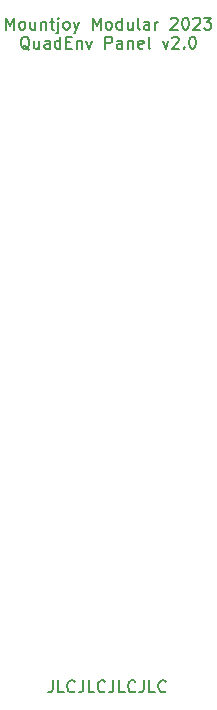
<source format=gbr>
%TF.GenerationSoftware,KiCad,Pcbnew,7.0.7*%
%TF.CreationDate,2023-08-21T13:04:59+01:00*%
%TF.ProjectId,QuadEnv_Panel_2,51756164-456e-4765-9f50-616e656c5f32,rev?*%
%TF.SameCoordinates,Original*%
%TF.FileFunction,Legend,Top*%
%TF.FilePolarity,Positive*%
%FSLAX46Y46*%
G04 Gerber Fmt 4.6, Leading zero omitted, Abs format (unit mm)*
G04 Created by KiCad (PCBNEW 7.0.7) date 2023-08-21 13:04:59*
%MOMM*%
%LPD*%
G01*
G04 APERTURE LIST*
%ADD10C,0.150000*%
G04 APERTURE END LIST*
D10*
X54780951Y-117654819D02*
X54780951Y-118369104D01*
X54780951Y-118369104D02*
X54733332Y-118511961D01*
X54733332Y-118511961D02*
X54638094Y-118607200D01*
X54638094Y-118607200D02*
X54495237Y-118654819D01*
X54495237Y-118654819D02*
X54399999Y-118654819D01*
X55733332Y-118654819D02*
X55257142Y-118654819D01*
X55257142Y-118654819D02*
X55257142Y-117654819D01*
X56638094Y-118559580D02*
X56590475Y-118607200D01*
X56590475Y-118607200D02*
X56447618Y-118654819D01*
X56447618Y-118654819D02*
X56352380Y-118654819D01*
X56352380Y-118654819D02*
X56209523Y-118607200D01*
X56209523Y-118607200D02*
X56114285Y-118511961D01*
X56114285Y-118511961D02*
X56066666Y-118416723D01*
X56066666Y-118416723D02*
X56019047Y-118226247D01*
X56019047Y-118226247D02*
X56019047Y-118083390D01*
X56019047Y-118083390D02*
X56066666Y-117892914D01*
X56066666Y-117892914D02*
X56114285Y-117797676D01*
X56114285Y-117797676D02*
X56209523Y-117702438D01*
X56209523Y-117702438D02*
X56352380Y-117654819D01*
X56352380Y-117654819D02*
X56447618Y-117654819D01*
X56447618Y-117654819D02*
X56590475Y-117702438D01*
X56590475Y-117702438D02*
X56638094Y-117750057D01*
X57352380Y-117654819D02*
X57352380Y-118369104D01*
X57352380Y-118369104D02*
X57304761Y-118511961D01*
X57304761Y-118511961D02*
X57209523Y-118607200D01*
X57209523Y-118607200D02*
X57066666Y-118654819D01*
X57066666Y-118654819D02*
X56971428Y-118654819D01*
X58304761Y-118654819D02*
X57828571Y-118654819D01*
X57828571Y-118654819D02*
X57828571Y-117654819D01*
X59209523Y-118559580D02*
X59161904Y-118607200D01*
X59161904Y-118607200D02*
X59019047Y-118654819D01*
X59019047Y-118654819D02*
X58923809Y-118654819D01*
X58923809Y-118654819D02*
X58780952Y-118607200D01*
X58780952Y-118607200D02*
X58685714Y-118511961D01*
X58685714Y-118511961D02*
X58638095Y-118416723D01*
X58638095Y-118416723D02*
X58590476Y-118226247D01*
X58590476Y-118226247D02*
X58590476Y-118083390D01*
X58590476Y-118083390D02*
X58638095Y-117892914D01*
X58638095Y-117892914D02*
X58685714Y-117797676D01*
X58685714Y-117797676D02*
X58780952Y-117702438D01*
X58780952Y-117702438D02*
X58923809Y-117654819D01*
X58923809Y-117654819D02*
X59019047Y-117654819D01*
X59019047Y-117654819D02*
X59161904Y-117702438D01*
X59161904Y-117702438D02*
X59209523Y-117750057D01*
X59923809Y-117654819D02*
X59923809Y-118369104D01*
X59923809Y-118369104D02*
X59876190Y-118511961D01*
X59876190Y-118511961D02*
X59780952Y-118607200D01*
X59780952Y-118607200D02*
X59638095Y-118654819D01*
X59638095Y-118654819D02*
X59542857Y-118654819D01*
X60876190Y-118654819D02*
X60400000Y-118654819D01*
X60400000Y-118654819D02*
X60400000Y-117654819D01*
X61780952Y-118559580D02*
X61733333Y-118607200D01*
X61733333Y-118607200D02*
X61590476Y-118654819D01*
X61590476Y-118654819D02*
X61495238Y-118654819D01*
X61495238Y-118654819D02*
X61352381Y-118607200D01*
X61352381Y-118607200D02*
X61257143Y-118511961D01*
X61257143Y-118511961D02*
X61209524Y-118416723D01*
X61209524Y-118416723D02*
X61161905Y-118226247D01*
X61161905Y-118226247D02*
X61161905Y-118083390D01*
X61161905Y-118083390D02*
X61209524Y-117892914D01*
X61209524Y-117892914D02*
X61257143Y-117797676D01*
X61257143Y-117797676D02*
X61352381Y-117702438D01*
X61352381Y-117702438D02*
X61495238Y-117654819D01*
X61495238Y-117654819D02*
X61590476Y-117654819D01*
X61590476Y-117654819D02*
X61733333Y-117702438D01*
X61733333Y-117702438D02*
X61780952Y-117750057D01*
X62495238Y-117654819D02*
X62495238Y-118369104D01*
X62495238Y-118369104D02*
X62447619Y-118511961D01*
X62447619Y-118511961D02*
X62352381Y-118607200D01*
X62352381Y-118607200D02*
X62209524Y-118654819D01*
X62209524Y-118654819D02*
X62114286Y-118654819D01*
X63447619Y-118654819D02*
X62971429Y-118654819D01*
X62971429Y-118654819D02*
X62971429Y-117654819D01*
X64352381Y-118559580D02*
X64304762Y-118607200D01*
X64304762Y-118607200D02*
X64161905Y-118654819D01*
X64161905Y-118654819D02*
X64066667Y-118654819D01*
X64066667Y-118654819D02*
X63923810Y-118607200D01*
X63923810Y-118607200D02*
X63828572Y-118511961D01*
X63828572Y-118511961D02*
X63780953Y-118416723D01*
X63780953Y-118416723D02*
X63733334Y-118226247D01*
X63733334Y-118226247D02*
X63733334Y-118083390D01*
X63733334Y-118083390D02*
X63780953Y-117892914D01*
X63780953Y-117892914D02*
X63828572Y-117797676D01*
X63828572Y-117797676D02*
X63923810Y-117702438D01*
X63923810Y-117702438D02*
X64066667Y-117654819D01*
X64066667Y-117654819D02*
X64161905Y-117654819D01*
X64161905Y-117654819D02*
X64304762Y-117702438D01*
X64304762Y-117702438D02*
X64352381Y-117750057D01*
X50833332Y-62549819D02*
X50833332Y-61549819D01*
X50833332Y-61549819D02*
X51166665Y-62264104D01*
X51166665Y-62264104D02*
X51499998Y-61549819D01*
X51499998Y-61549819D02*
X51499998Y-62549819D01*
X52119046Y-62549819D02*
X52023808Y-62502200D01*
X52023808Y-62502200D02*
X51976189Y-62454580D01*
X51976189Y-62454580D02*
X51928570Y-62359342D01*
X51928570Y-62359342D02*
X51928570Y-62073628D01*
X51928570Y-62073628D02*
X51976189Y-61978390D01*
X51976189Y-61978390D02*
X52023808Y-61930771D01*
X52023808Y-61930771D02*
X52119046Y-61883152D01*
X52119046Y-61883152D02*
X52261903Y-61883152D01*
X52261903Y-61883152D02*
X52357141Y-61930771D01*
X52357141Y-61930771D02*
X52404760Y-61978390D01*
X52404760Y-61978390D02*
X52452379Y-62073628D01*
X52452379Y-62073628D02*
X52452379Y-62359342D01*
X52452379Y-62359342D02*
X52404760Y-62454580D01*
X52404760Y-62454580D02*
X52357141Y-62502200D01*
X52357141Y-62502200D02*
X52261903Y-62549819D01*
X52261903Y-62549819D02*
X52119046Y-62549819D01*
X53309522Y-61883152D02*
X53309522Y-62549819D01*
X52880951Y-61883152D02*
X52880951Y-62406961D01*
X52880951Y-62406961D02*
X52928570Y-62502200D01*
X52928570Y-62502200D02*
X53023808Y-62549819D01*
X53023808Y-62549819D02*
X53166665Y-62549819D01*
X53166665Y-62549819D02*
X53261903Y-62502200D01*
X53261903Y-62502200D02*
X53309522Y-62454580D01*
X53785713Y-61883152D02*
X53785713Y-62549819D01*
X53785713Y-61978390D02*
X53833332Y-61930771D01*
X53833332Y-61930771D02*
X53928570Y-61883152D01*
X53928570Y-61883152D02*
X54071427Y-61883152D01*
X54071427Y-61883152D02*
X54166665Y-61930771D01*
X54166665Y-61930771D02*
X54214284Y-62026009D01*
X54214284Y-62026009D02*
X54214284Y-62549819D01*
X54547618Y-61883152D02*
X54928570Y-61883152D01*
X54690475Y-61549819D02*
X54690475Y-62406961D01*
X54690475Y-62406961D02*
X54738094Y-62502200D01*
X54738094Y-62502200D02*
X54833332Y-62549819D01*
X54833332Y-62549819D02*
X54928570Y-62549819D01*
X55261904Y-61883152D02*
X55261904Y-62740295D01*
X55261904Y-62740295D02*
X55214285Y-62835533D01*
X55214285Y-62835533D02*
X55119047Y-62883152D01*
X55119047Y-62883152D02*
X55071428Y-62883152D01*
X55261904Y-61549819D02*
X55214285Y-61597438D01*
X55214285Y-61597438D02*
X55261904Y-61645057D01*
X55261904Y-61645057D02*
X55309523Y-61597438D01*
X55309523Y-61597438D02*
X55261904Y-61549819D01*
X55261904Y-61549819D02*
X55261904Y-61645057D01*
X55880951Y-62549819D02*
X55785713Y-62502200D01*
X55785713Y-62502200D02*
X55738094Y-62454580D01*
X55738094Y-62454580D02*
X55690475Y-62359342D01*
X55690475Y-62359342D02*
X55690475Y-62073628D01*
X55690475Y-62073628D02*
X55738094Y-61978390D01*
X55738094Y-61978390D02*
X55785713Y-61930771D01*
X55785713Y-61930771D02*
X55880951Y-61883152D01*
X55880951Y-61883152D02*
X56023808Y-61883152D01*
X56023808Y-61883152D02*
X56119046Y-61930771D01*
X56119046Y-61930771D02*
X56166665Y-61978390D01*
X56166665Y-61978390D02*
X56214284Y-62073628D01*
X56214284Y-62073628D02*
X56214284Y-62359342D01*
X56214284Y-62359342D02*
X56166665Y-62454580D01*
X56166665Y-62454580D02*
X56119046Y-62502200D01*
X56119046Y-62502200D02*
X56023808Y-62549819D01*
X56023808Y-62549819D02*
X55880951Y-62549819D01*
X56547618Y-61883152D02*
X56785713Y-62549819D01*
X57023808Y-61883152D02*
X56785713Y-62549819D01*
X56785713Y-62549819D02*
X56690475Y-62787914D01*
X56690475Y-62787914D02*
X56642856Y-62835533D01*
X56642856Y-62835533D02*
X56547618Y-62883152D01*
X58166666Y-62549819D02*
X58166666Y-61549819D01*
X58166666Y-61549819D02*
X58499999Y-62264104D01*
X58499999Y-62264104D02*
X58833332Y-61549819D01*
X58833332Y-61549819D02*
X58833332Y-62549819D01*
X59452380Y-62549819D02*
X59357142Y-62502200D01*
X59357142Y-62502200D02*
X59309523Y-62454580D01*
X59309523Y-62454580D02*
X59261904Y-62359342D01*
X59261904Y-62359342D02*
X59261904Y-62073628D01*
X59261904Y-62073628D02*
X59309523Y-61978390D01*
X59309523Y-61978390D02*
X59357142Y-61930771D01*
X59357142Y-61930771D02*
X59452380Y-61883152D01*
X59452380Y-61883152D02*
X59595237Y-61883152D01*
X59595237Y-61883152D02*
X59690475Y-61930771D01*
X59690475Y-61930771D02*
X59738094Y-61978390D01*
X59738094Y-61978390D02*
X59785713Y-62073628D01*
X59785713Y-62073628D02*
X59785713Y-62359342D01*
X59785713Y-62359342D02*
X59738094Y-62454580D01*
X59738094Y-62454580D02*
X59690475Y-62502200D01*
X59690475Y-62502200D02*
X59595237Y-62549819D01*
X59595237Y-62549819D02*
X59452380Y-62549819D01*
X60642856Y-62549819D02*
X60642856Y-61549819D01*
X60642856Y-62502200D02*
X60547618Y-62549819D01*
X60547618Y-62549819D02*
X60357142Y-62549819D01*
X60357142Y-62549819D02*
X60261904Y-62502200D01*
X60261904Y-62502200D02*
X60214285Y-62454580D01*
X60214285Y-62454580D02*
X60166666Y-62359342D01*
X60166666Y-62359342D02*
X60166666Y-62073628D01*
X60166666Y-62073628D02*
X60214285Y-61978390D01*
X60214285Y-61978390D02*
X60261904Y-61930771D01*
X60261904Y-61930771D02*
X60357142Y-61883152D01*
X60357142Y-61883152D02*
X60547618Y-61883152D01*
X60547618Y-61883152D02*
X60642856Y-61930771D01*
X61547618Y-61883152D02*
X61547618Y-62549819D01*
X61119047Y-61883152D02*
X61119047Y-62406961D01*
X61119047Y-62406961D02*
X61166666Y-62502200D01*
X61166666Y-62502200D02*
X61261904Y-62549819D01*
X61261904Y-62549819D02*
X61404761Y-62549819D01*
X61404761Y-62549819D02*
X61499999Y-62502200D01*
X61499999Y-62502200D02*
X61547618Y-62454580D01*
X62166666Y-62549819D02*
X62071428Y-62502200D01*
X62071428Y-62502200D02*
X62023809Y-62406961D01*
X62023809Y-62406961D02*
X62023809Y-61549819D01*
X62976190Y-62549819D02*
X62976190Y-62026009D01*
X62976190Y-62026009D02*
X62928571Y-61930771D01*
X62928571Y-61930771D02*
X62833333Y-61883152D01*
X62833333Y-61883152D02*
X62642857Y-61883152D01*
X62642857Y-61883152D02*
X62547619Y-61930771D01*
X62976190Y-62502200D02*
X62880952Y-62549819D01*
X62880952Y-62549819D02*
X62642857Y-62549819D01*
X62642857Y-62549819D02*
X62547619Y-62502200D01*
X62547619Y-62502200D02*
X62500000Y-62406961D01*
X62500000Y-62406961D02*
X62500000Y-62311723D01*
X62500000Y-62311723D02*
X62547619Y-62216485D01*
X62547619Y-62216485D02*
X62642857Y-62168866D01*
X62642857Y-62168866D02*
X62880952Y-62168866D01*
X62880952Y-62168866D02*
X62976190Y-62121247D01*
X63452381Y-62549819D02*
X63452381Y-61883152D01*
X63452381Y-62073628D02*
X63500000Y-61978390D01*
X63500000Y-61978390D02*
X63547619Y-61930771D01*
X63547619Y-61930771D02*
X63642857Y-61883152D01*
X63642857Y-61883152D02*
X63738095Y-61883152D01*
X64785715Y-61645057D02*
X64833334Y-61597438D01*
X64833334Y-61597438D02*
X64928572Y-61549819D01*
X64928572Y-61549819D02*
X65166667Y-61549819D01*
X65166667Y-61549819D02*
X65261905Y-61597438D01*
X65261905Y-61597438D02*
X65309524Y-61645057D01*
X65309524Y-61645057D02*
X65357143Y-61740295D01*
X65357143Y-61740295D02*
X65357143Y-61835533D01*
X65357143Y-61835533D02*
X65309524Y-61978390D01*
X65309524Y-61978390D02*
X64738096Y-62549819D01*
X64738096Y-62549819D02*
X65357143Y-62549819D01*
X65976191Y-61549819D02*
X66071429Y-61549819D01*
X66071429Y-61549819D02*
X66166667Y-61597438D01*
X66166667Y-61597438D02*
X66214286Y-61645057D01*
X66214286Y-61645057D02*
X66261905Y-61740295D01*
X66261905Y-61740295D02*
X66309524Y-61930771D01*
X66309524Y-61930771D02*
X66309524Y-62168866D01*
X66309524Y-62168866D02*
X66261905Y-62359342D01*
X66261905Y-62359342D02*
X66214286Y-62454580D01*
X66214286Y-62454580D02*
X66166667Y-62502200D01*
X66166667Y-62502200D02*
X66071429Y-62549819D01*
X66071429Y-62549819D02*
X65976191Y-62549819D01*
X65976191Y-62549819D02*
X65880953Y-62502200D01*
X65880953Y-62502200D02*
X65833334Y-62454580D01*
X65833334Y-62454580D02*
X65785715Y-62359342D01*
X65785715Y-62359342D02*
X65738096Y-62168866D01*
X65738096Y-62168866D02*
X65738096Y-61930771D01*
X65738096Y-61930771D02*
X65785715Y-61740295D01*
X65785715Y-61740295D02*
X65833334Y-61645057D01*
X65833334Y-61645057D02*
X65880953Y-61597438D01*
X65880953Y-61597438D02*
X65976191Y-61549819D01*
X66690477Y-61645057D02*
X66738096Y-61597438D01*
X66738096Y-61597438D02*
X66833334Y-61549819D01*
X66833334Y-61549819D02*
X67071429Y-61549819D01*
X67071429Y-61549819D02*
X67166667Y-61597438D01*
X67166667Y-61597438D02*
X67214286Y-61645057D01*
X67214286Y-61645057D02*
X67261905Y-61740295D01*
X67261905Y-61740295D02*
X67261905Y-61835533D01*
X67261905Y-61835533D02*
X67214286Y-61978390D01*
X67214286Y-61978390D02*
X66642858Y-62549819D01*
X66642858Y-62549819D02*
X67261905Y-62549819D01*
X67595239Y-61549819D02*
X68214286Y-61549819D01*
X68214286Y-61549819D02*
X67880953Y-61930771D01*
X67880953Y-61930771D02*
X68023810Y-61930771D01*
X68023810Y-61930771D02*
X68119048Y-61978390D01*
X68119048Y-61978390D02*
X68166667Y-62026009D01*
X68166667Y-62026009D02*
X68214286Y-62121247D01*
X68214286Y-62121247D02*
X68214286Y-62359342D01*
X68214286Y-62359342D02*
X68166667Y-62454580D01*
X68166667Y-62454580D02*
X68119048Y-62502200D01*
X68119048Y-62502200D02*
X68023810Y-62549819D01*
X68023810Y-62549819D02*
X67738096Y-62549819D01*
X67738096Y-62549819D02*
X67642858Y-62502200D01*
X67642858Y-62502200D02*
X67595239Y-62454580D01*
X52809522Y-64255057D02*
X52714284Y-64207438D01*
X52714284Y-64207438D02*
X52619046Y-64112200D01*
X52619046Y-64112200D02*
X52476189Y-63969342D01*
X52476189Y-63969342D02*
X52380951Y-63921723D01*
X52380951Y-63921723D02*
X52285713Y-63921723D01*
X52333332Y-64159819D02*
X52238094Y-64112200D01*
X52238094Y-64112200D02*
X52142856Y-64016961D01*
X52142856Y-64016961D02*
X52095237Y-63826485D01*
X52095237Y-63826485D02*
X52095237Y-63493152D01*
X52095237Y-63493152D02*
X52142856Y-63302676D01*
X52142856Y-63302676D02*
X52238094Y-63207438D01*
X52238094Y-63207438D02*
X52333332Y-63159819D01*
X52333332Y-63159819D02*
X52523808Y-63159819D01*
X52523808Y-63159819D02*
X52619046Y-63207438D01*
X52619046Y-63207438D02*
X52714284Y-63302676D01*
X52714284Y-63302676D02*
X52761903Y-63493152D01*
X52761903Y-63493152D02*
X52761903Y-63826485D01*
X52761903Y-63826485D02*
X52714284Y-64016961D01*
X52714284Y-64016961D02*
X52619046Y-64112200D01*
X52619046Y-64112200D02*
X52523808Y-64159819D01*
X52523808Y-64159819D02*
X52333332Y-64159819D01*
X53619046Y-63493152D02*
X53619046Y-64159819D01*
X53190475Y-63493152D02*
X53190475Y-64016961D01*
X53190475Y-64016961D02*
X53238094Y-64112200D01*
X53238094Y-64112200D02*
X53333332Y-64159819D01*
X53333332Y-64159819D02*
X53476189Y-64159819D01*
X53476189Y-64159819D02*
X53571427Y-64112200D01*
X53571427Y-64112200D02*
X53619046Y-64064580D01*
X54523808Y-64159819D02*
X54523808Y-63636009D01*
X54523808Y-63636009D02*
X54476189Y-63540771D01*
X54476189Y-63540771D02*
X54380951Y-63493152D01*
X54380951Y-63493152D02*
X54190475Y-63493152D01*
X54190475Y-63493152D02*
X54095237Y-63540771D01*
X54523808Y-64112200D02*
X54428570Y-64159819D01*
X54428570Y-64159819D02*
X54190475Y-64159819D01*
X54190475Y-64159819D02*
X54095237Y-64112200D01*
X54095237Y-64112200D02*
X54047618Y-64016961D01*
X54047618Y-64016961D02*
X54047618Y-63921723D01*
X54047618Y-63921723D02*
X54095237Y-63826485D01*
X54095237Y-63826485D02*
X54190475Y-63778866D01*
X54190475Y-63778866D02*
X54428570Y-63778866D01*
X54428570Y-63778866D02*
X54523808Y-63731247D01*
X55428570Y-64159819D02*
X55428570Y-63159819D01*
X55428570Y-64112200D02*
X55333332Y-64159819D01*
X55333332Y-64159819D02*
X55142856Y-64159819D01*
X55142856Y-64159819D02*
X55047618Y-64112200D01*
X55047618Y-64112200D02*
X54999999Y-64064580D01*
X54999999Y-64064580D02*
X54952380Y-63969342D01*
X54952380Y-63969342D02*
X54952380Y-63683628D01*
X54952380Y-63683628D02*
X54999999Y-63588390D01*
X54999999Y-63588390D02*
X55047618Y-63540771D01*
X55047618Y-63540771D02*
X55142856Y-63493152D01*
X55142856Y-63493152D02*
X55333332Y-63493152D01*
X55333332Y-63493152D02*
X55428570Y-63540771D01*
X55904761Y-63636009D02*
X56238094Y-63636009D01*
X56380951Y-64159819D02*
X55904761Y-64159819D01*
X55904761Y-64159819D02*
X55904761Y-63159819D01*
X55904761Y-63159819D02*
X56380951Y-63159819D01*
X56809523Y-63493152D02*
X56809523Y-64159819D01*
X56809523Y-63588390D02*
X56857142Y-63540771D01*
X56857142Y-63540771D02*
X56952380Y-63493152D01*
X56952380Y-63493152D02*
X57095237Y-63493152D01*
X57095237Y-63493152D02*
X57190475Y-63540771D01*
X57190475Y-63540771D02*
X57238094Y-63636009D01*
X57238094Y-63636009D02*
X57238094Y-64159819D01*
X57619047Y-63493152D02*
X57857142Y-64159819D01*
X57857142Y-64159819D02*
X58095237Y-63493152D01*
X59238095Y-64159819D02*
X59238095Y-63159819D01*
X59238095Y-63159819D02*
X59619047Y-63159819D01*
X59619047Y-63159819D02*
X59714285Y-63207438D01*
X59714285Y-63207438D02*
X59761904Y-63255057D01*
X59761904Y-63255057D02*
X59809523Y-63350295D01*
X59809523Y-63350295D02*
X59809523Y-63493152D01*
X59809523Y-63493152D02*
X59761904Y-63588390D01*
X59761904Y-63588390D02*
X59714285Y-63636009D01*
X59714285Y-63636009D02*
X59619047Y-63683628D01*
X59619047Y-63683628D02*
X59238095Y-63683628D01*
X60666666Y-64159819D02*
X60666666Y-63636009D01*
X60666666Y-63636009D02*
X60619047Y-63540771D01*
X60619047Y-63540771D02*
X60523809Y-63493152D01*
X60523809Y-63493152D02*
X60333333Y-63493152D01*
X60333333Y-63493152D02*
X60238095Y-63540771D01*
X60666666Y-64112200D02*
X60571428Y-64159819D01*
X60571428Y-64159819D02*
X60333333Y-64159819D01*
X60333333Y-64159819D02*
X60238095Y-64112200D01*
X60238095Y-64112200D02*
X60190476Y-64016961D01*
X60190476Y-64016961D02*
X60190476Y-63921723D01*
X60190476Y-63921723D02*
X60238095Y-63826485D01*
X60238095Y-63826485D02*
X60333333Y-63778866D01*
X60333333Y-63778866D02*
X60571428Y-63778866D01*
X60571428Y-63778866D02*
X60666666Y-63731247D01*
X61142857Y-63493152D02*
X61142857Y-64159819D01*
X61142857Y-63588390D02*
X61190476Y-63540771D01*
X61190476Y-63540771D02*
X61285714Y-63493152D01*
X61285714Y-63493152D02*
X61428571Y-63493152D01*
X61428571Y-63493152D02*
X61523809Y-63540771D01*
X61523809Y-63540771D02*
X61571428Y-63636009D01*
X61571428Y-63636009D02*
X61571428Y-64159819D01*
X62428571Y-64112200D02*
X62333333Y-64159819D01*
X62333333Y-64159819D02*
X62142857Y-64159819D01*
X62142857Y-64159819D02*
X62047619Y-64112200D01*
X62047619Y-64112200D02*
X62000000Y-64016961D01*
X62000000Y-64016961D02*
X62000000Y-63636009D01*
X62000000Y-63636009D02*
X62047619Y-63540771D01*
X62047619Y-63540771D02*
X62142857Y-63493152D01*
X62142857Y-63493152D02*
X62333333Y-63493152D01*
X62333333Y-63493152D02*
X62428571Y-63540771D01*
X62428571Y-63540771D02*
X62476190Y-63636009D01*
X62476190Y-63636009D02*
X62476190Y-63731247D01*
X62476190Y-63731247D02*
X62000000Y-63826485D01*
X63047619Y-64159819D02*
X62952381Y-64112200D01*
X62952381Y-64112200D02*
X62904762Y-64016961D01*
X62904762Y-64016961D02*
X62904762Y-63159819D01*
X64095239Y-63493152D02*
X64333334Y-64159819D01*
X64333334Y-64159819D02*
X64571429Y-63493152D01*
X64904763Y-63255057D02*
X64952382Y-63207438D01*
X64952382Y-63207438D02*
X65047620Y-63159819D01*
X65047620Y-63159819D02*
X65285715Y-63159819D01*
X65285715Y-63159819D02*
X65380953Y-63207438D01*
X65380953Y-63207438D02*
X65428572Y-63255057D01*
X65428572Y-63255057D02*
X65476191Y-63350295D01*
X65476191Y-63350295D02*
X65476191Y-63445533D01*
X65476191Y-63445533D02*
X65428572Y-63588390D01*
X65428572Y-63588390D02*
X64857144Y-64159819D01*
X64857144Y-64159819D02*
X65476191Y-64159819D01*
X65904763Y-64064580D02*
X65952382Y-64112200D01*
X65952382Y-64112200D02*
X65904763Y-64159819D01*
X65904763Y-64159819D02*
X65857144Y-64112200D01*
X65857144Y-64112200D02*
X65904763Y-64064580D01*
X65904763Y-64064580D02*
X65904763Y-64159819D01*
X66571429Y-63159819D02*
X66666667Y-63159819D01*
X66666667Y-63159819D02*
X66761905Y-63207438D01*
X66761905Y-63207438D02*
X66809524Y-63255057D01*
X66809524Y-63255057D02*
X66857143Y-63350295D01*
X66857143Y-63350295D02*
X66904762Y-63540771D01*
X66904762Y-63540771D02*
X66904762Y-63778866D01*
X66904762Y-63778866D02*
X66857143Y-63969342D01*
X66857143Y-63969342D02*
X66809524Y-64064580D01*
X66809524Y-64064580D02*
X66761905Y-64112200D01*
X66761905Y-64112200D02*
X66666667Y-64159819D01*
X66666667Y-64159819D02*
X66571429Y-64159819D01*
X66571429Y-64159819D02*
X66476191Y-64112200D01*
X66476191Y-64112200D02*
X66428572Y-64064580D01*
X66428572Y-64064580D02*
X66380953Y-63969342D01*
X66380953Y-63969342D02*
X66333334Y-63778866D01*
X66333334Y-63778866D02*
X66333334Y-63540771D01*
X66333334Y-63540771D02*
X66380953Y-63350295D01*
X66380953Y-63350295D02*
X66428572Y-63255057D01*
X66428572Y-63255057D02*
X66476191Y-63207438D01*
X66476191Y-63207438D02*
X66571429Y-63159819D01*
M02*

</source>
